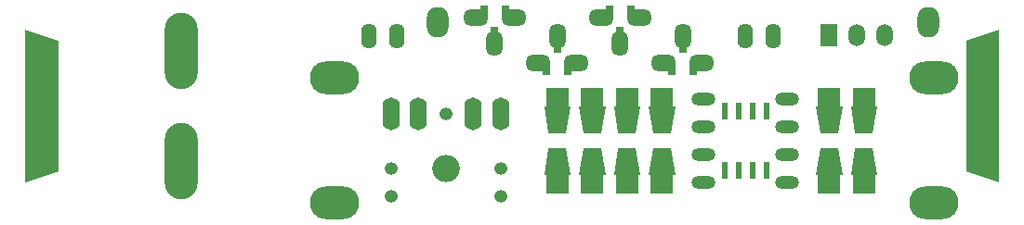
<source format=gts>
G04 #@! TF.FileFunction,Soldermask,Top*
%FSLAX46Y46*%
G04 Gerber Fmt 4.6, Leading zero omitted, Abs format (unit mm)*
G04 Created by KiCad (PCBNEW 4.0.5) date 02/06/17 01:28:35*
%MOMM*%
%LPD*%
G01*
G04 APERTURE LIST*
%ADD10C,0.150000*%
%ADD11O,4.500000X3.000000*%
%ADD12O,3.000000X7.000000*%
%ADD13O,1.200000X1.200000*%
%ADD14O,2.500000X2.500000*%
%ADD15O,1.600000X3.000000*%
%ADD16O,1.397000X2.300000*%
%ADD17R,1.998980X1.998980*%
%ADD18O,2.000000X2.800000*%
%ADD19R,1.500000X2.000000*%
%ADD20O,1.500000X2.000000*%
%ADD21O,2.200000X1.200000*%
%ADD22R,0.600000X1.550000*%
%ADD23R,0.800000X1.100000*%
%ADD24O,1.524000X2.300000*%
%ADD25O,2.300000X1.524000*%
G04 APERTURE END LIST*
D10*
D11*
X-21590000Y1905000D03*
X-21590000Y-9525000D03*
X33020000Y1905000D03*
D12*
X-35560000Y4365000D03*
X-35560000Y-5635000D03*
D13*
X-11430000Y-1350000D03*
X-16430000Y-8850000D03*
X-6430000Y-8850000D03*
X-6430000Y-6350000D03*
D14*
X-11430000Y-6350000D03*
D13*
X-16430000Y-6350000D03*
D15*
X-13930000Y-1350000D03*
X-16430000Y-1350000D03*
X-6430000Y-1350000D03*
X-8930000Y-1350000D03*
D10*
G36*
X38965000Y-7635000D02*
X35965000Y-6635000D01*
X35965000Y5365000D01*
X38965000Y6365000D01*
X38965000Y-7635000D01*
X38965000Y-7635000D01*
G37*
D16*
X15875000Y5715000D03*
X18415000Y5715000D03*
X-18415000Y5715000D03*
X-15875000Y5715000D03*
D10*
G36*
X-49760000Y6365000D02*
X-46760000Y5365000D01*
X-46760000Y-6635000D01*
X-49760000Y-7635000D01*
X-49760000Y6365000D01*
X-49760000Y6365000D01*
G37*
G36*
X24693880Y-6973000D02*
X22296120Y-6973000D01*
X22694900Y-4473000D01*
X24295100Y-4473000D01*
X24693880Y-6973000D01*
X24693880Y-6973000D01*
G37*
G36*
X22296120Y-647000D02*
X24693880Y-647000D01*
X24295100Y-3147000D01*
X22694900Y-3147000D01*
X22296120Y-647000D01*
X22296120Y-647000D01*
G37*
D17*
X23495000Y-7620000D03*
X23495000Y0D03*
D10*
G36*
X7056120Y-647000D02*
X9453880Y-647000D01*
X9055100Y-3147000D01*
X7454900Y-3147000D01*
X7056120Y-647000D01*
X7056120Y-647000D01*
G37*
G36*
X9453880Y-6973000D02*
X7056120Y-6973000D01*
X7454900Y-4473000D01*
X9055100Y-4473000D01*
X9453880Y-6973000D01*
X9453880Y-6973000D01*
G37*
D17*
X8255000Y0D03*
X8255000Y-7620000D03*
D10*
G36*
X6278880Y-6973000D02*
X3881120Y-6973000D01*
X4279900Y-4473000D01*
X5880100Y-4473000D01*
X6278880Y-6973000D01*
X6278880Y-6973000D01*
G37*
G36*
X3881120Y-647000D02*
X6278880Y-647000D01*
X5880100Y-3147000D01*
X4279900Y-3147000D01*
X3881120Y-647000D01*
X3881120Y-647000D01*
G37*
D17*
X5080000Y-7620000D03*
X5080000Y0D03*
D10*
G36*
X25471120Y-647000D02*
X27868880Y-647000D01*
X27470100Y-3147000D01*
X25869900Y-3147000D01*
X25471120Y-647000D01*
X25471120Y-647000D01*
G37*
G36*
X27868880Y-6973000D02*
X25471120Y-6973000D01*
X25869900Y-4473000D01*
X27470100Y-4473000D01*
X27868880Y-6973000D01*
X27868880Y-6973000D01*
G37*
D17*
X26670000Y0D03*
X26670000Y-7620000D03*
D10*
G36*
X706120Y-647000D02*
X3103880Y-647000D01*
X2705100Y-3147000D01*
X1104900Y-3147000D01*
X706120Y-647000D01*
X706120Y-647000D01*
G37*
G36*
X3103880Y-6973000D02*
X706120Y-6973000D01*
X1104900Y-4473000D01*
X2705100Y-4473000D01*
X3103880Y-6973000D01*
X3103880Y-6973000D01*
G37*
D17*
X1905000Y0D03*
X1905000Y-7620000D03*
D10*
G36*
X-2468880Y-647000D02*
X-71120Y-647000D01*
X-469900Y-3147000D01*
X-2070100Y-3147000D01*
X-2468880Y-647000D01*
X-2468880Y-647000D01*
G37*
G36*
X-71120Y-6973000D02*
X-2468880Y-6973000D01*
X-2070100Y-4473000D01*
X-469900Y-4473000D01*
X-71120Y-6973000D01*
X-71120Y-6973000D01*
G37*
D17*
X-1270000Y0D03*
X-1270000Y-7620000D03*
D18*
X32510000Y6985000D03*
X-12190000Y6985000D03*
D19*
X23495000Y5815000D03*
D20*
X26035000Y5815000D03*
X28575000Y5815000D03*
D21*
X12065000Y-2540000D03*
D22*
X13970000Y-6510000D03*
X15240000Y-6510000D03*
X16510000Y-6510000D03*
X17780000Y-6510000D03*
X17780000Y-1110000D03*
X16510000Y-1110000D03*
X15240000Y-1110000D03*
X13970000Y-1110000D03*
D21*
X12065000Y0D03*
X12065000Y-5080000D03*
X12065000Y-7620000D03*
X19685000Y-7620000D03*
X19685000Y-5080000D03*
X19685000Y-2540000D03*
X19685000Y0D03*
D11*
X33020000Y-9525000D03*
D23*
X-6975000Y6075000D03*
X-5965000Y8055000D03*
D24*
X-6985000Y5080000D03*
D25*
X-5215000Y7485000D03*
X-8715000Y7485000D03*
D23*
X-7965000Y8055000D03*
X-1280000Y4720000D03*
X-2290000Y2740000D03*
D24*
X-1270000Y5715000D03*
D25*
X-3040000Y3310000D03*
X460000Y3310000D03*
D23*
X-290000Y2740000D03*
X10150000Y4720000D03*
X9140000Y2740000D03*
D24*
X10160000Y5715000D03*
D25*
X8390000Y3310000D03*
X11890000Y3310000D03*
D23*
X11140000Y2740000D03*
X4455000Y6075000D03*
X5465000Y8055000D03*
D24*
X4445000Y5080000D03*
D25*
X6215000Y7485000D03*
X2715000Y7485000D03*
D23*
X3465000Y8055000D03*
M02*

</source>
